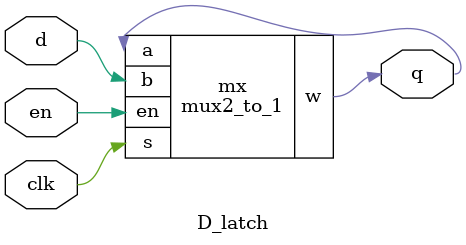
<source format=sv>
`timescale 1ns/1ns
module mux2_to_1 (input a,b,s,en,output w);
	wire i,j;
	notif1 #(14,18,16) n1(i,a,j);
	notif1 #(14,18,16) n2(i,b,s);
	not #(7,9) n3(j,s);
	notif1 #(14,18,16) n4(w,i,en);
endmodule
module D_latch(input d,clk,en,output q);
	mux2_to_1 mx(q,d,clk,en,q);
endmodule
</source>
